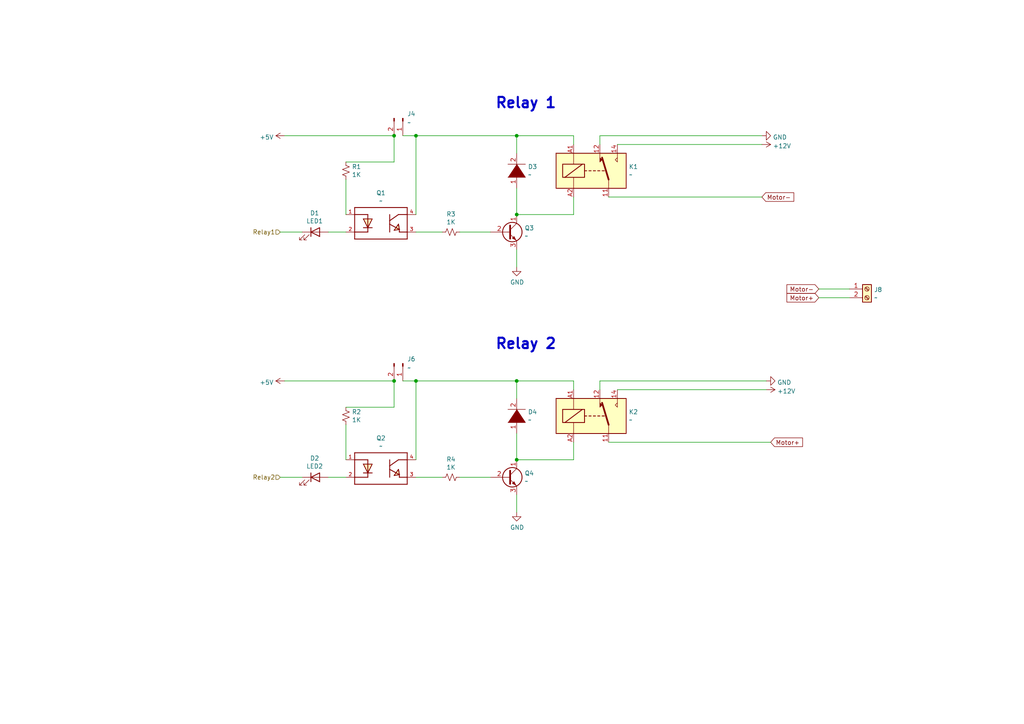
<source format=kicad_sch>
(kicad_sch (version 20211123) (generator eeschema)
  (paper "A4")
  (lib_symbols
    (symbol "Connector:Conn_01x02_Male" (pin_names (offset 1.016) hide)
      (property "Reference" "J" (at 0 2.54 0))
      (property "Value" "Conn_01x02_Male" (at 0 -5.08 0))
      (symbol "Conn_01x02_Male_1_1"
        (polyline (pts (xy 1.27 -2.54) (xy 0.8636 -2.54)) (stroke (width 0.1524)))
        (polyline (pts (xy 1.27 0) (xy 0.8636 0)) (stroke (width 0.1524)))
        (rectangle (start 0.8636 -2.413) (end 0 -2.667) (stroke (width 0.1524)) (fill (type outline)))
        (rectangle (start 0.8636 0.127) (end 0 -0.127) (stroke (width 0.1524)) (fill (type outline)))
        (pin passive line (at 5.08 0 180) (length 3.81) (name "Pin_1") (number "1"))
        (pin passive line (at 5.08 -2.54 180) (length 3.81) (name "Pin_2") (number "2"))
      )
    )
    (symbol "Connector:Screw_Terminal_01x02" (pin_names (offset 1.016) hide)
      (property "Reference" "J" (at 0 2.54 0))
      (property "Value" "Screw_Terminal_01x02" (at 0 -5.08 0))
      (symbol "Screw_Terminal_01x02_1_1"
        (rectangle (start -1.27 1.27) (end 1.27 -3.81) (stroke (width 0.254)) (fill (type background)))
        (circle (center 0 -2.54) (radius 0.635) (stroke (width 0.1524)))
        (polyline (pts (xy -0.5334 -2.2098) (xy 0.3302 -3.048)) (stroke (width 0.1524)))
        (polyline (pts (xy -0.5334 0.3302) (xy 0.3302 -0.508)) (stroke (width 0.1524)))
        (polyline (pts (xy -0.3556 -2.032) (xy 0.508 -2.8702)) (stroke (width 0.1524)))
        (polyline (pts (xy -0.3556 0.508) (xy 0.508 -0.3302)) (stroke (width 0.1524)))
        (circle (center 0 0) (radius 0.635) (stroke (width 0.1524)))
        (pin passive line (at -5.08 0 0) (length 3.81) (name "Pin_1") (number "1"))
        (pin passive line (at -5.08 -2.54 0) (length 3.81) (name "Pin_2") (number "2"))
      )
    )
    (symbol "Device:LED" (pin_numbers hide) (pin_names (offset 1.016) hide)
      (property "Reference" "D" (at 0 2.54 0))
      (property "Value" "LED" (at 0 -2.54 0))
      (symbol "LED_0_1"
        (polyline (pts (xy -1.27 -1.27) (xy -1.27 1.27)) (stroke (width 0.254)))
        (polyline (pts (xy -1.27 0) (xy 1.27 0)))
        (polyline (pts (xy 1.27 -1.27) (xy 1.27 1.27) (xy -1.27 0) (xy 1.27 -1.27)) (stroke (width 0.254)))
        (polyline (pts (xy -3.048 -0.762) (xy -4.572 -2.286) (xy -3.81 -2.286) (xy -4.572 -2.286) (xy -4.572 -1.524)))
        (polyline (pts (xy -1.778 -0.762) (xy -3.302 -2.286) (xy -2.54 -2.286) (xy -3.302 -2.286) (xy -3.302 -1.524)))
      )
      (symbol "LED_1_1"
        (pin passive line (at -3.81 0 0) (length 2.54) (name "K") (number "1"))
        (pin passive line (at 3.81 0 180) (length 2.54) (name "A") (number "2"))
      )
    )
    (symbol "Device:R_Small_US" (pin_numbers hide) (pin_names (offset 0.254) hide)
      (property "Reference" "R" (at 0.762 0.508 0))
      (property "Value" "R_Small_US" (at 0.762 -1.016 0))
      (symbol "R_Small_US_1_1"
        (polyline (pts (xy 0 0) (xy 1.016 -0.381) (xy 0 -0.762) (xy -1.016 -1.143) (xy 0 -1.524)))
        (polyline (pts (xy 0 1.524) (xy 1.016 1.143) (xy 0 0.762) (xy -1.016 0.381) (xy 0 0)))
        (pin passive line (at 0 2.54 270) (length 1.016) (name "~") (number "1"))
        (pin passive line (at 0 -2.54 90) (length 1.016) (name "~") (number "2"))
      )
    )
    (symbol "PC817A:PC817A" (pin_names (offset 1.016) hide)
      (property "Reference" "Q" (at -7.6454 5.08 0))
      (property "Value" "PC817A" (at -7.1374 -7.1374 0))
      (symbol "PC817A_0_0"
        (polyline (pts (xy -7.62 -4.572) (xy 7.62 -4.572)) (stroke (width 0.254)))
        (polyline (pts (xy -7.62 -2.54) (xy -7.62 -4.572)) (stroke (width 0.254)))
        (polyline (pts (xy -7.62 -2.54) (xy -3.81 -2.54)) (stroke (width 0.254)))
        (polyline (pts (xy -7.62 2.54) (xy -7.62 -2.54)) (stroke (width 0.254)))
        (polyline (pts (xy -7.62 2.54) (xy -3.81 2.54)) (stroke (width 0.254)))
        (polyline (pts (xy -7.62 4.572) (xy -7.62 2.54)) (stroke (width 0.254)))
        (polyline (pts (xy -5.08 -1.27) (xy -2.54 -1.27)) (stroke (width 0.254)))
        (polyline (pts (xy -3.81 -2.54) (xy -3.81 2.54)) (stroke (width 0.254)))
        (polyline (pts (xy 2.54 -0.254) (xy 2.54 -2.54)) (stroke (width 0.254)))
        (polyline (pts (xy 2.54 -0.254) (xy 5.334 -1.778)) (stroke (width 0.254)))
        (polyline (pts (xy 2.54 0.762) (xy 2.54 -0.254)) (stroke (width 0.254)))
        (polyline (pts (xy 2.54 2.54) (xy 2.54 0.762)) (stroke (width 0.254)))
        (polyline (pts (xy 5.08 -0.254) (xy 5.334 -1.778)) (stroke (width 0.254)))
        (polyline (pts (xy 5.08 2.54) (xy 2.54 0.762)) (stroke (width 0.254)))
        (polyline (pts (xy 5.334 -2.54) (xy 7.62 -2.54)) (stroke (width 0.254)))
        (polyline (pts (xy 5.334 -1.778) (xy 5.334 -2.54)) (stroke (width 0.254)))
        (polyline (pts (xy 7.62 -4.572) (xy 7.62 -2.54)) (stroke (width 0.254)))
        (polyline (pts (xy 7.62 -2.54) (xy 7.62 2.54)) (stroke (width 0.254)))
        (polyline (pts (xy 7.62 2.54) (xy 5.08 2.54)) (stroke (width 0.254)))
        (polyline (pts (xy 7.62 4.572) (xy -7.62 4.572)) (stroke (width 0.254)))
        (polyline (pts (xy 7.62 4.572) (xy 7.62 2.54)) (stroke (width 0.254)))
        (polyline (pts (xy -5.08 1.27) (xy -2.54 1.27) (xy -3.81 -1.27) (xy -5.08 1.27)) (stroke (width 0.254)) (fill (type background)))
        (polyline (pts (xy 5.334 -1.778) (xy 5.08 -0.254) (xy 3.81 -2.032) (xy 5.334 -1.778)) (stroke (width 0.254)) (fill (type background)))
        (pin passive line (at -10.16 2.54 0) (length 2.54) (name "~") (number "1"))
        (pin passive line (at -10.16 -2.54 0) (length 2.54) (name "~") (number "2"))
        (pin passive line (at 10.16 -2.54 180) (length 2.54) (name "~") (number "3"))
        (pin passive line (at 10.16 2.54 180) (length 2.54) (name "~") (number "4"))
      )
    )
    (symbol "Relay:FINDER-40.11"
      (property "Reference" "K" (at 11.43 3.81 0))
      (property "Value" "FINDER-40.11" (at 11.43 1.27 0))
      (symbol "FINDER-40.11_0_0"
        (polyline (pts (xy 7.62 5.08) (xy 7.62 2.54) (xy 6.985 3.175) (xy 7.62 3.81)))
      )
      (symbol "FINDER-40.11_0_1"
        (rectangle (start -10.16 5.08) (end 10.16 -5.08) (stroke (width 0.254)) (fill (type background)))
        (rectangle (start -8.255 1.905) (end -1.905 -1.905) (stroke (width 0.254)))
        (polyline (pts (xy -7.62 -1.905) (xy -2.54 1.905)) (stroke (width 0.254)))
        (polyline (pts (xy -5.08 -5.08) (xy -5.08 -1.905)))
        (polyline (pts (xy -5.08 5.08) (xy -5.08 1.905)))
        (polyline (pts (xy -1.905 0) (xy -1.27 0)) (stroke (width 0.254)))
        (polyline (pts (xy -0.635 0) (xy 0 0)) (stroke (width 0.254)))
        (polyline (pts (xy 0.635 0) (xy 1.27 0)) (stroke (width 0.254)))
        (polyline (pts (xy 1.905 0) (xy 2.54 0)) (stroke (width 0.254)))
        (polyline (pts (xy 3.175 0) (xy 3.81 0)) (stroke (width 0.254)))
        (polyline (pts (xy 5.08 -2.54) (xy 3.175 3.81)) (stroke (width 0.508)))
        (polyline (pts (xy 5.08 -2.54) (xy 5.08 -5.08)))
        (polyline (pts (xy 2.54 5.08) (xy 2.54 2.54) (xy 3.175 3.175) (xy 2.54 3.81)) (fill (type outline)))
      )
      (symbol "FINDER-40.11_1_1"
        (pin passive line (at 5.08 -7.62 90) (length 2.54) (name "~") (number "11"))
        (pin passive line (at 2.54 7.62 270) (length 2.54) (name "~") (number "12"))
        (pin passive line (at 7.62 7.62 270) (length 2.54) (name "~") (number "14"))
        (pin passive line (at -5.08 7.62 270) (length 2.54) (name "~") (number "A1"))
        (pin passive line (at -5.08 -7.62 90) (length 2.54) (name "~") (number "A2"))
      )
    )
    (symbol "Transistor_BJT:BC547" (pin_names (offset 0) hide)
      (property "Reference" "Q" (at 5.08 1.905 0))
      (property "Value" "BC547" (at 5.08 0 0))
      (symbol "BC547_0_1"
        (polyline (pts (xy 0 0) (xy 0.635 0)))
        (polyline (pts (xy 0.635 0.635) (xy 2.54 2.54)))
        (polyline (pts (xy 0.635 -0.635) (xy 2.54 -2.54) (xy 2.54 -2.54)))
        (polyline (pts (xy 0.635 1.905) (xy 0.635 -1.905) (xy 0.635 -1.905)) (stroke (width 0.508)))
        (polyline (pts (xy 1.27 -1.778) (xy 1.778 -1.27) (xy 2.286 -2.286) (xy 1.27 -1.778) (xy 1.27 -1.778)) (fill (type outline)))
        (circle (center 1.27 0) (radius 2.8194) (stroke (width 0.254)))
      )
      (symbol "BC547_1_1"
        (pin passive line (at 2.54 5.08 270) (length 2.54) (name "C") (number "1"))
        (pin input line (at -5.08 0 0) (length 5.08) (name "B") (number "2"))
        (pin passive line (at 2.54 -5.08 90) (length 2.54) (name "E") (number "3"))
      )
    )
    (symbol "power:+12V" (power) (pin_names (offset 0))
      (property "Value" "+12V" (at 0 3.556 0))
      (symbol "+12V_0_1"
        (polyline (pts (xy -0.762 1.27) (xy 0 2.54)))
        (polyline (pts (xy 0 0) (xy 0 2.54)))
        (polyline (pts (xy 0 2.54) (xy 0.762 1.27)))
      )
      (symbol "+12V_1_1"
        (pin power_in line (at 0 0 90) (length 0) hide (name "+12V") (number "1"))
      )
    )
    (symbol "power:+5V" (power) (pin_names (offset 0))
      (property "Value" "+5V" (at 0 3.556 0))
      (symbol "+5V_0_1"
        (polyline (pts (xy -0.762 1.27) (xy 0 2.54)))
        (polyline (pts (xy 0 0) (xy 0 2.54)))
        (polyline (pts (xy 0 2.54) (xy 0.762 1.27)))
      )
      (symbol "+5V_1_1"
        (pin power_in line (at 0 0 90) (length 0) hide (name "+5V") (number "1"))
      )
    )
    (symbol "power:GND" (power) (pin_names (offset 0))
      (property "Value" "GND" (at 0 -3.81 0))
      (symbol "GND_0_1"
        (polyline (pts (xy 0 0) (xy 0 -1.27) (xy 1.27 -1.27) (xy 0 -2.54) (xy -1.27 -1.27) (xy 0 -1.27)))
      )
      (symbol "GND_1_1"
        (pin power_in line (at 0 0 270) (length 0) hide (name "GND") (number "1"))
      )
    )
    (symbol "pspice:DIODE" (pin_names (offset 1.016) hide)
      (property "Reference" "D" (at 0 3.81 0))
      (property "Value" "DIODE" (at 0 -4.445 0))
      (symbol "DIODE_0_1"
        (polyline (pts (xy 1.905 2.54) (xy 1.905 -2.54)))
        (polyline (pts (xy -1.905 2.54) (xy -1.905 -2.54) (xy 1.905 0)) (fill (type outline)))
      )
      (symbol "DIODE_1_1"
        (pin input line (at -5.08 0 0) (length 3.81) (name "K") (number "1"))
        (pin input line (at 5.08 0 180) (length 3.81) (name "A") (number "2"))
      )
    )
  )
  (junction (at 149.86 133.35))
  (junction (at 149.86 39.37))
  (junction (at 120.65 39.37))
  (junction (at 114.3 110.49))
  (junction (at 149.86 62.23))
  (junction (at 114.3 39.37))
  (junction (at 120.65 110.49))
  (junction (at 149.86 110.49))
  (wire (pts (xy 120.65 39.37) (xy 120.65 62.23)))
  (wire (pts (xy 176.53 57.15) (xy 220.98 57.15)))
  (wire (pts (xy 87.63 138.43) (xy 81.28 138.43)))
  (wire (pts (xy 220.98 39.37) (xy 173.99 39.37)))
  (wire (pts (xy 166.37 39.37) (xy 149.86 39.37)))
  (wire (pts (xy 173.99 110.49) (xy 173.99 113.03)))
  (wire (pts (xy 120.65 110.49) (xy 120.65 133.35)))
  (wire (pts (xy 237.49 83.82) (xy 246.38 83.82)))
  (wire (pts (xy 166.37 57.15) (xy 166.37 62.23)))
  (wire (pts (xy 133.35 67.31) (xy 142.24 67.31)))
  (wire (pts (xy 149.86 77.47) (xy 149.86 72.39)))
  (wire (pts (xy 82.55 39.37) (xy 114.3 39.37)))
  (wire (pts (xy 166.37 113.03) (xy 166.37 110.49)))
  (wire (pts (xy 100.33 123.19) (xy 100.33 133.35)))
  (wire (pts (xy 223.52 128.27) (xy 176.53 128.27)))
  (wire (pts (xy 120.65 138.43) (xy 128.27 138.43)))
  (wire (pts (xy 82.55 110.49) (xy 114.3 110.49)))
  (wire (pts (xy 149.86 39.37) (xy 120.65 39.37)))
  (wire (pts (xy 114.3 110.49) (xy 114.3 118.11)))
  (wire (pts (xy 246.38 86.36) (xy 237.49 86.36)))
  (wire (pts (xy 179.07 113.03) (xy 222.25 113.03)))
  (wire (pts (xy 133.35 138.43) (xy 142.24 138.43)))
  (wire (pts (xy 114.3 118.11) (xy 100.33 118.11)))
  (wire (pts (xy 222.25 110.49) (xy 173.99 110.49)))
  (wire (pts (xy 95.25 67.31) (xy 100.33 67.31)))
  (wire (pts (xy 120.65 67.31) (xy 128.27 67.31)))
  (wire (pts (xy 149.86 133.35) (xy 149.86 125.73)))
  (wire (pts (xy 116.84 110.49) (xy 120.65 110.49)))
  (wire (pts (xy 149.86 148.59) (xy 149.86 143.51)))
  (wire (pts (xy 149.86 62.23) (xy 149.86 54.61)))
  (wire (pts (xy 114.3 39.37) (xy 114.3 46.99)))
  (wire (pts (xy 173.99 39.37) (xy 173.99 41.91)))
  (wire (pts (xy 100.33 52.07) (xy 100.33 62.23)))
  (wire (pts (xy 95.25 138.43) (xy 100.33 138.43)))
  (wire (pts (xy 166.37 62.23) (xy 149.86 62.23)))
  (wire (pts (xy 149.86 110.49) (xy 120.65 110.49)))
  (wire (pts (xy 149.86 39.37) (xy 149.86 44.45)))
  (wire (pts (xy 166.37 128.27) (xy 166.37 133.35)))
  (wire (pts (xy 166.37 110.49) (xy 149.86 110.49)))
  (wire (pts (xy 87.63 67.31) (xy 81.28 67.31)))
  (wire (pts (xy 179.07 41.91) (xy 220.98 41.91)))
  (wire (pts (xy 114.3 46.99) (xy 100.33 46.99)))
  (wire (pts (xy 149.86 110.49) (xy 149.86 115.57)))
  (wire (pts (xy 166.37 41.91) (xy 166.37 39.37)))
  (wire (pts (xy 166.37 133.35) (xy 149.86 133.35)))
  (wire (pts (xy 116.84 39.37) (xy 120.65 39.37)))
  (text "Relay 2" (at 143.51 101.6 0) (effects (font (size 2.9972 2.9972) (thickness 0.5994) bold) (justify left bottom)))
  (text "Relay 1" (at 143.51 31.75 0) (effects (font (size 2.9972 2.9972) (thickness 0.5994) bold) (justify left bottom)))
  (global_label "Motor+" (shape input) (at 237.49 86.36 180) (property "Intersheet References" "${INTERSHEET_REFS}" (effects hide)))
  (global_label "Motor-" (shape input) (at 237.49 83.82 180) (property "Intersheet References" "${INTERSHEET_REFS}" (effects hide)))
  (global_label "Motor-" (shape input) (at 220.98 57.15 0) (property "Intersheet References" "${INTERSHEET_REFS}" (effects hide)))
  (global_label "Motor+" (shape input) (at 223.52 128.27 0) (property "Intersheet References" "${INTERSHEET_REFS}" (effects hide)))
  (hierarchical_label "Relay2" (shape input) (at 81.28 138.43 180))
  (hierarchical_label "Relay1" (shape input) (at 81.28 67.31 180))
  (symbol (lib_id "PC817A:PC817A") (at 110.49 64.77 0) (unit 1)
    (property "Reference" "Q1" (at 110.49 55.9562 0))
    (property "Value" "~" (at 110.49 58.2676 0))
    (property "Footprint" "dylan:DIP762W50P254L650H458Q4B" (effects hide))
    (property "MP" "PC817A" (effects hide))
    (property "Description" "Photo-Coupler Photo-Coupler" (effects hide))
    (property "Price" "None" (effects hide))
    (property "Package" "None" (effects hide))
    (property "Availability" "Unavailable" (effects hide))
    (property "MF" "Sharp Microelectronics" (effects hide))
  )
  (symbol (lib_id "Relay:FINDER-40.11") (at 171.45 49.53 0) (unit 1)
    (property "Reference" "K1" (at 182.372 48.3616 0) (effects (justify left)))
    (property "Value" "~" (at 182.372 50.673 0) (effects (justify left)))
    (property "Footprint" "Relay_THT:Relay_SPDT_Finder_36.11" (effects hide))
    (property "Datasheet" "https://www.finder-relais.net/de/finder-relais-serie-40.pdf" (effects hide))
  )
  (symbol (lib_id "pspice:DIODE") (at 149.86 49.53 90) (unit 1)
    (property "Reference" "D3" (at 153.1112 48.3616 90) (effects (justify right)))
    (property "Value" "~" (at 153.1112 50.673 90) (effects (justify right)))
    (property "Footprint" "Diode_SMD:D_1210_3225Metric" (effects hide))
  )
  (symbol (lib_id "Transistor_BJT:BC547") (at 147.32 67.31 0) (unit 1)
    (property "Reference" "Q3" (at 152.146 66.1416 0) (effects (justify left)))
    (property "Value" "~" (at 152.146 68.453 0) (effects (justify left)))
    (property "Footprint" "Package_TO_SOT_THT:TO-92_Inline" (effects hide))
    (property "Datasheet" "https://www.onsemi.com/pub/Collateral/BC550-D.pdf" (effects hide))
  )
  (symbol (lib_id "Device:R_Small_US") (at 130.81 67.31 270) (unit 1)
    (property "Reference" "R3" (at 130.81 62.103 90))
    (property "Value" "1K" (at 130.81 64.4144 90))
    (property "Footprint" "Resistor_SMD:R_0805_2012Metric" (effects hide))
  )
  (symbol (lib_id "Connector:Conn_01x02_Male") (at 116.84 34.29 270) (unit 1)
    (property "Reference" "J4" (at 118.11 33.02 90) (effects (justify left)))
    (property "Value" "~" (at 118.11 35.56 90) (effects (justify left)))
    (property "Footprint" "Connector_PinHeader_2.54mm:PinHeader_1x02_P2.54mm_Vertical" (effects hide))
  )
  (symbol (lib_id "Device:R_Small_US") (at 100.33 49.53 0) (unit 1)
    (property "Reference" "R1" (at 102.0572 48.3616 0) (effects (justify left)))
    (property "Value" "1K" (at 102.0572 50.673 0) (effects (justify left)))
    (property "Footprint" "Resistor_SMD:R_0805_2012Metric" (effects hide))
  )
  (symbol (lib_id "Device:LED") (at 91.44 67.31 0) (unit 1)
    (property "Reference" "D1" (at 91.2622 61.7982 0))
    (property "Value" "LED1" (at 91.2622 64.1096 0))
    (property "Footprint" "LED_SMD:LED_0402_1005Metric" (effects hide))
  )
  (symbol (lib_id "power:GND") (at 149.86 77.47 0) (unit 1)
    (property "Reference" "#PWR0108" (effects hide))
    (property "Value" "~" (at 149.987 81.8642 0))
  )
  (symbol (lib_id "Relay:FINDER-40.11") (at 171.45 120.65 0) (unit 1)
    (property "Reference" "K2" (at 182.372 119.4816 0) (effects (justify left)))
    (property "Value" "~" (at 182.372 121.793 0) (effects (justify left)))
    (property "Footprint" "Relay_THT:Relay_SPDT_Finder_36.11" (effects hide))
    (property "Datasheet" "https://www.finder-relais.net/de/finder-relais-serie-40.pdf" (effects hide))
  )
  (symbol (lib_id "pspice:DIODE") (at 149.86 120.65 90) (unit 1)
    (property "Reference" "D4" (at 153.1112 119.4816 90) (effects (justify right)))
    (property "Value" "~" (at 153.1112 121.793 90) (effects (justify right)))
    (property "Footprint" "Diode_SMD:D_1210_3225Metric" (effects hide))
  )
  (symbol (lib_id "Transistor_BJT:BC547") (at 147.32 138.43 0) (unit 1)
    (property "Reference" "Q4" (at 152.146 137.2616 0) (effects (justify left)))
    (property "Value" "~" (at 152.146 139.573 0) (effects (justify left)))
    (property "Footprint" "Package_TO_SOT_THT:TO-92_Inline" (effects hide))
    (property "Datasheet" "https://www.onsemi.com/pub/Collateral/BC550-D.pdf" (effects hide))
  )
  (symbol (lib_id "Device:R_Small_US") (at 130.81 138.43 270) (unit 1)
    (property "Reference" "R4" (at 130.81 133.223 90))
    (property "Value" "1K" (at 130.81 135.5344 90))
    (property "Footprint" "Resistor_SMD:R_0805_2012Metric" (effects hide))
  )
  (symbol (lib_id "PC817A:PC817A") (at 110.49 135.89 0) (unit 1)
    (property "Reference" "Q2" (at 110.49 127.0762 0))
    (property "Value" "~" (at 110.49 129.3876 0))
    (property "Footprint" "dylan:DIP762W50P254L650H458Q4B" (effects hide))
    (property "MP" "PC817A" (effects hide))
    (property "Description" "Photo-Coupler Photo-Coupler" (effects hide))
    (property "Price" "None" (effects hide))
    (property "Package" "None" (effects hide))
    (property "Availability" "Unavailable" (effects hide))
    (property "MF" "Sharp Microelectronics" (effects hide))
  )
  (symbol (lib_id "Connector:Conn_01x02_Male") (at 116.84 105.41 270) (unit 1)
    (property "Reference" "J6" (at 118.11 104.14 90) (effects (justify left)))
    (property "Value" "~" (at 118.11 106.68 90) (effects (justify left)))
    (property "Footprint" "Connector_PinHeader_2.54mm:PinHeader_1x02_P2.54mm_Vertical" (effects hide))
  )
  (symbol (lib_id "Device:R_Small_US") (at 100.33 120.65 0) (unit 1)
    (property "Reference" "R2" (at 102.0572 119.4816 0) (effects (justify left)))
    (property "Value" "1K" (at 102.0572 121.793 0) (effects (justify left)))
    (property "Footprint" "Resistor_SMD:R_0805_2012Metric" (effects hide))
  )
  (symbol (lib_id "Device:LED") (at 91.44 138.43 0) (unit 1)
    (property "Reference" "D2" (at 91.2622 132.9182 0))
    (property "Value" "LED2" (at 91.2622 135.2296 0))
    (property "Footprint" "LED_SMD:LED_0402_1005Metric" (effects hide))
  )
  (symbol (lib_id "power:GND") (at 149.86 148.59 0) (unit 1)
    (property "Reference" "#PWR0111" (effects hide))
    (property "Value" "~" (at 149.987 152.9842 0))
  )
  (symbol (lib_id "Connector:Screw_Terminal_01x02") (at 251.46 83.82 0) (unit 1)
    (property "Reference" "J8" (at 253.492 84.0232 0) (effects (justify left)))
    (property "Value" "~" (at 253.492 86.3346 0) (effects (justify left)))
    (property "Footprint" "dylan:TE_282837-2" (effects hide))
  )
  (symbol (lib_id "power:+12V") (at 222.25 113.03 270) (unit 1)
    (property "Reference" "#PWR0129" (effects hide))
    (property "Value" "+12V" (at 225.425 113.4638 90) (effects (justify left)))
  )
  (symbol (lib_id "power:+5V") (at 82.55 110.49 90) (unit 1)
    (property "Reference" "#PWR0117" (effects hide))
    (property "Value" "+5V" (at 79.3751 110.9238 90) (effects (justify left)))
  )
  (symbol (lib_id "power:+5V") (at 82.55 39.37 90) (unit 1)
    (property "Reference" "#PWR0114" (effects hide))
    (property "Value" "+5V" (at 79.3751 39.8038 90) (effects (justify left)))
  )
  (symbol (lib_id "power:+12V") (at 220.98 41.91 270) (unit 1)
    (property "Reference" "#PWR0132" (effects hide))
    (property "Value" "+12V" (at 224.155 42.3438 90) (effects (justify left)))
  )
  (symbol (lib_id "power:GND") (at 220.98 39.37 90) (unit 1)
    (property "Reference" "#PWR0131" (effects hide))
    (property "Value" "GND" (at 224.155 39.8038 90) (effects (justify right)))
  )
  (symbol (lib_id "power:GND") (at 222.25 110.49 90) (unit 1)
    (property "Reference" "#PWR0130" (effects hide))
    (property "Value" "GND" (at 225.425 110.9238 90) (effects (justify right)))
  )
)
</source>
